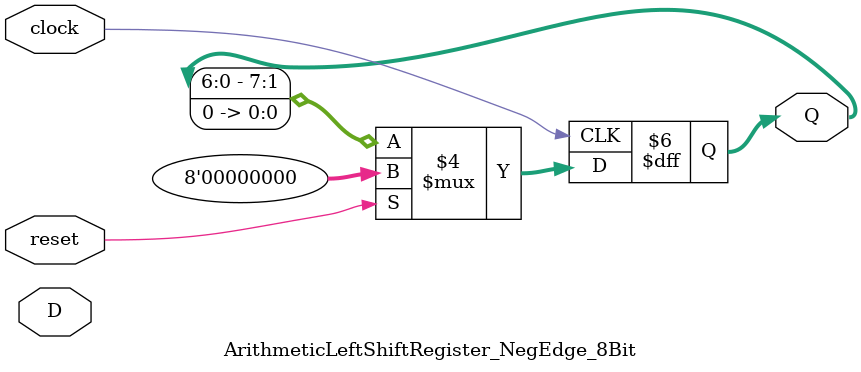
<source format=v>
module ArithmeticLeftShiftRegister_NegEdge_8Bit (clock, reset, D, Q);
    input clock;
    input reset;
    input [7:0] D;
    output reg [7:0] Q;

    always @(negedge clock)
    begin
        if (reset)
            Q = 8'b00000000;
        else
            Q = Q << 1 ;        
    end
endmodule

</source>
